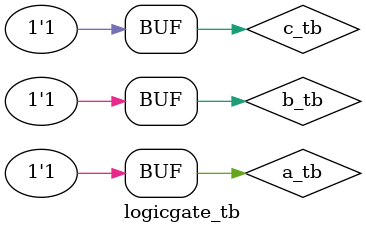
<source format=v>
module logicgate_tb();
reg a_tb,b_tb,c_tb;
wire y1_tb,y2_tb,y3_tb,y4_tb,y5_tb,y6_tb,y7_tb;
logicgate a1(.a(a_tb),.b(b_tb),.c(c_tb),.y2(y2_tb));
logicgate o1(.a(a_tb),.b(b_tb),.c(c_tb),.y1(y1_tb));
logicgate n1(.a(a_tb),.y3(y3_tb));
logicgate nr(.a(a_tb),.b(b_tb),.c(c_tb),.y4(y4_tb));
logicgate na(.a(a_tb),.b(b_tb),.c(c_tb),.y5(y5_tb));
logicgate xr(.a(a_tb),.b(b_tb),.c(c_tb),.y6(y6_tb));
logicgate xn(.a(a_tb),.b(b_tb),.c(c_tb),.y7(y7_tb));

initial begin
a_tb=0;b_tb=0;c_tb=1;
#30 a_tb=0;b_tb=1;c_tb=0;
#30 a_tb=1;b_tb=0;c_tb=1;
#30 a_tb=1;b_tb=1;c_tb=1;
end
endmodule


</source>
